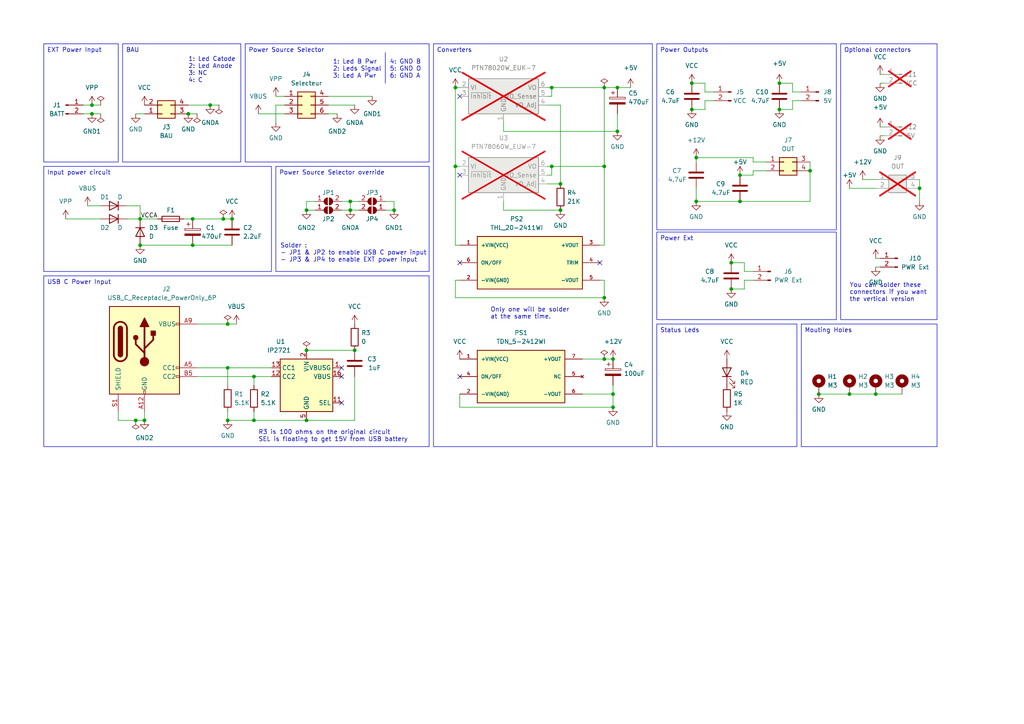
<source format=kicad_sch>
(kicad_sch (version 20230121) (generator eeschema)
  (paper "A4")
  (title_block (title "Mini carte alim") (date "2023-12-16") (rev "V2.1"))
  (lib_symbols
    (symbol "ComponentsEvo:TDN_5-2412WI" (pin_names (offset 1.016))
      (property "Reference" "PS" (at -12.7 8.128 0))
      (property "Value" "TDN_5-2412WI" (at -12.7 -10.16 0))
      (symbol "TDN_5-2412WI_0_0"
        (rectangle (start -12.7 -7.62) (end 12.7 7.62) (stroke (width 0.254)) (fill (type background)))
        (pin input line (at -17.78 5.08 0) (length 5.08) (name "+VIN(VCC)") (number "1"))
        (pin input line (at -17.78 -5.08 0) (length 5.08) (name "-VIN(GND)") (number "2"))
        (pin input line (at -17.78 0 0) (length 5.08) (name "ON/OFF") (number "4"))
        (pin no_connect line (at 17.78 0 180) (length 5.08) (name "NC") (number "5"))
        (pin output line (at 17.78 -5.08 180) (length 5.08) (name "-VOUT") (number "6"))
        (pin output line (at 17.78 5.08 180) (length 5.08) (name "+VOUT") (number "7"))
      )
    )
    (symbol "ComponentsEvo:THL_20-2411WI" (pin_names (offset 1.016))
      (property "Reference" "PS" (at -15.24 8.382 0))
      (property "Value" "THL_20-2411WI" (at -15.24 -10.16 0))
      (symbol "THL_20-2411WI_0_0"
        (rectangle (start -15.24 -7.62) (end 15.24 7.62) (stroke (width 0.254)) (fill (type background)))
        (pin input line (at -20.32 5.08 0) (length 5.08) (name "+VIN(VCC)") (number "1"))
        (pin input line (at -20.32 -5.08 0) (length 5.08) (name "-VIN(GND)") (number "2"))
        (pin output line (at 20.32 5.08 180) (length 5.08) (name "+VOUT") (number "3"))
        (pin passive line (at 20.32 0 180) (length 5.08) (name "TRIM") (number "4"))
        (pin output line (at 20.32 -5.08 180) (length 5.08) (name "-VOUT") (number "5"))
        (pin input line (at -20.32 0 0) (length 5.08) (name "ON/OFF") (number "6"))
      )
    )
    (symbol "Connector:Conn_01x02_Pin" (pin_names (offset 1.016) hide)
      (property "Reference" "J" (at 0 2.54 0))
      (property "Value" "Conn_01x02_Pin" (at 0 -5.08 0))
      (symbol "Conn_01x02_Pin_1_1"
        (polyline (pts (xy 1.27 -2.54) (xy 0.8636 -2.54)) (stroke (width 0.1524)))
        (polyline (pts (xy 1.27 0) (xy 0.8636 0)) (stroke (width 0.1524)))
        (rectangle (start 0.8636 -2.413) (end 0 -2.667) (stroke (width 0.1524)) (fill (type outline)))
        (rectangle (start 0.8636 0.127) (end 0 -0.127) (stroke (width 0.1524)) (fill (type outline)))
        (pin passive line (at 5.08 0 180) (length 3.81) (name "Pin_1") (number "1"))
        (pin passive line (at 5.08 -2.54 180) (length 3.81) (name "Pin_2") (number "2"))
      )
    )
    (symbol "Connector:USB_C_Receptacle_PowerOnly_6P" (pin_names (offset 1.016))
      (property "Reference" "J" (at 0 16.51 0))
      (property "Value" "USB_C_Receptacle_PowerOnly_6P" (at 0 13.97 0))
      (symbol "USB_C_Receptacle_PowerOnly_6P_0_0"
        (rectangle (start -0.254 -12.7) (end 0.254 -11.684))
        (rectangle (start 10.16 -7.366) (end 9.144 -7.874))
        (rectangle (start 10.16 -4.826) (end 9.144 -5.334))
        (rectangle (start 10.16 7.874) (end 9.144 7.366))
      )
      (symbol "USB_C_Receptacle_PowerOnly_6P_0_1"
        (rectangle (start -10.16 12.7) (end 10.16 -12.7) (stroke (width 0.254)) (fill (type background)))
        (arc (start -8.89 -1.27) (mid -6.985 -3.1667) (end -5.08 -1.27) (stroke (width 0.508)))
        (arc (start -7.62 -1.27) (mid -6.985 -1.9023) (end -6.35 -1.27) (stroke (width 0.254)))
        (arc (start -7.62 -1.27) (mid -6.985 -1.9023) (end -6.35 -1.27) (stroke (width 0.254)) (fill (type outline)))
        (rectangle (start -7.62 -1.27) (end -6.35 6.35) (stroke (width 0.254)) (fill (type outline)))
        (arc (start -6.35 6.35) (mid -6.985 6.9823) (end -7.62 6.35) (stroke (width 0.254)))
        (arc (start -6.35 6.35) (mid -6.985 6.9823) (end -7.62 6.35) (stroke (width 0.254)) (fill (type outline)))
        (arc (start -5.08 6.35) (mid -6.985 8.2467) (end -8.89 6.35) (stroke (width 0.508)))
        (circle (center -2.54 3.683) (radius 0.635) (stroke (width 0.254)) (fill (type outline)))
        (circle (center 0 -3.302) (radius 1.27) (fill (type outline)))
        (polyline (pts (xy -8.89 -1.27) (xy -8.89 6.35)) (stroke (width 0.508)))
        (polyline (pts (xy -5.08 6.35) (xy -5.08 -1.27)) (stroke (width 0.508)))
        (polyline (pts (xy 0 -3.302) (xy 0 6.858)) (stroke (width 0.508)))
        (polyline (pts (xy 0 -0.762) (xy -2.54 1.778) (xy -2.54 3.048)) (stroke (width 0.508)))
        (polyline (pts (xy 0 0.508) (xy 2.54 3.048) (xy 2.54 4.318)) (stroke (width 0.508)))
        (polyline (pts (xy -1.27 6.858) (xy 0 9.398) (xy 1.27 6.858) (xy -1.27 6.858)) (stroke (width 0.254)) (fill (type outline)))
        (rectangle (start 1.905 4.318) (end 3.175 5.588) (stroke (width 0.254)) (fill (type outline)))
      )
      (symbol "USB_C_Receptacle_PowerOnly_6P_1_1"
        (pin passive line (at 0 -17.78 90) (length 5.08) (name "GND") (number "A12"))
        (pin bidirectional line (at 15.24 -5.08 180) (length 5.08) (name "CC1") (number "A5"))
        (pin passive line (at 15.24 7.62 180) (length 5.08) (name "VBUS") (number "A9"))
        (pin passive line (at 0 -17.78 90) (length 5.08) hide (name "GND") (number "B12"))
        (pin bidirectional line (at 15.24 -7.62 180) (length 5.08) (name "CC2") (number "B5"))
        (pin passive line (at 15.24 7.62 180) (length 5.08) hide (name "VBUS") (number "B9"))
        (pin passive line (at -7.62 -17.78 90) (length 5.08) (name "SHIELD") (number "S1"))
      )
    )
    (symbol "Connector_Generic:Conn_02x02_Top_Bottom" (pin_names (offset 1.016) hide)
      (property "Reference" "J" (at 1.27 2.54 0))
      (property "Value" "Conn_02x02_Top_Bottom" (at 1.27 -5.08 0))
      (symbol "Conn_02x02_Top_Bottom_1_1"
        (rectangle (start -1.27 -2.413) (end 0 -2.667) (stroke (width 0.1524)))
        (rectangle (start -1.27 0.127) (end 0 -0.127) (stroke (width 0.1524)))
        (rectangle (start -1.27 1.27) (end 3.81 -3.81) (stroke (width 0.254)) (fill (type background)))
        (rectangle (start 3.81 -2.413) (end 2.54 -2.667) (stroke (width 0.1524)))
        (rectangle (start 3.81 0.127) (end 2.54 -0.127) (stroke (width 0.1524)))
        (pin passive line (at -5.08 0 0) (length 3.81) (name "Pin_1") (number "1"))
        (pin passive line (at -5.08 -2.54 0) (length 3.81) (name "Pin_2") (number "2"))
        (pin passive line (at 7.62 0 180) (length 3.81) (name "Pin_3") (number "3"))
        (pin passive line (at 7.62 -2.54 180) (length 3.81) (name "Pin_4") (number "4"))
      )
    )
    (symbol "Connector_Generic:Conn_02x03_Top_Bottom" (pin_names (offset 1.016) hide)
      (property "Reference" "J" (at 1.27 5.08 0))
      (property "Value" "Conn_02x03_Top_Bottom" (at 1.27 -5.08 0))
      (symbol "Conn_02x03_Top_Bottom_1_1"
        (rectangle (start -1.27 -2.413) (end 0 -2.667) (stroke (width 0.1524)))
        (rectangle (start -1.27 0.127) (end 0 -0.127) (stroke (width 0.1524)))
        (rectangle (start -1.27 2.667) (end 0 2.413) (stroke (width 0.1524)))
        (rectangle (start -1.27 3.81) (end 3.81 -3.81) (stroke (width 0.254)) (fill (type background)))
        (rectangle (start 3.81 -2.413) (end 2.54 -2.667) (stroke (width 0.1524)))
        (rectangle (start 3.81 0.127) (end 2.54 -0.127) (stroke (width 0.1524)))
        (rectangle (start 3.81 2.667) (end 2.54 2.413) (stroke (width 0.1524)))
        (pin passive line (at -5.08 2.54 0) (length 3.81) (name "Pin_1") (number "1"))
        (pin passive line (at -5.08 0 0) (length 3.81) (name "Pin_2") (number "2"))
        (pin passive line (at -5.08 -2.54 0) (length 3.81) (name "Pin_3") (number "3"))
        (pin passive line (at 7.62 2.54 180) (length 3.81) (name "Pin_4") (number "4"))
        (pin passive line (at 7.62 0 180) (length 3.81) (name "Pin_5") (number "5"))
        (pin passive line (at 7.62 -2.54 180) (length 3.81) (name "Pin_6") (number "6"))
      )
    )
    (symbol "Converter_DCDC:PTN78020W_EUK-7"
      (property "Reference" "U" (at -6.35 6.35 0))
      (property "Value" "PTN78020W_EUK-7" (at 3.81 6.35 0))
      (symbol "PTN78020W_EUK-7_0_1"
        (rectangle (start -10.16 5.08) (end 10.16 -5.08) (stroke (width 0.254)) (fill (type background)))
      )
      (symbol "PTN78020W_EUK-7_1_1"
        (pin power_in line (at 0 -7.62 90) (length 2.54) (name "GND") (number "1"))
        (pin power_in line (at -12.7 2.54 0) (length 2.54) (name "VI") (number "2"))
        (pin input line (at -12.7 0 0) (length 2.54) (name "~{Inhibit}") (number "3"))
        (pin input line (at 12.7 -2.54 180) (length 2.54) (name "VO_Adj") (number "4"))
        (pin power_out line (at 12.7 0 180) (length 2.54) (name "VO_Sense") (number "5"))
        (pin power_out line (at 12.7 2.54 180) (length 2.54) (name "VO") (number "6"))
        (pin passive line (at 0 -7.62 90) (length 2.54) hide (name "GND") (number "7"))
      )
    )
    (symbol "Converter_DCDC:PTN78060W_EUW-7"
      (property "Reference" "U" (at -6.35 6.35 0))
      (property "Value" "PTN78060W_EUW-7" (at 3.81 6.35 0))
      (symbol "PTN78060W_EUW-7_0_1"
        (rectangle (start -10.16 5.08) (end 10.16 -5.08) (stroke (width 0.254)) (fill (type background)))
      )
      (symbol "PTN78060W_EUW-7_1_1"
        (pin power_in line (at 0 -7.62 90) (length 2.54) (name "GND") (number "1"))
        (pin power_in line (at -12.7 2.54 0) (length 2.54) (name "VI") (number "2"))
        (pin input line (at -12.7 0 0) (length 2.54) (name "~{Inhibit}") (number "3"))
        (pin input line (at 12.7 -2.54 180) (length 2.54) (name "VO_Adj") (number "4"))
        (pin power_out line (at 12.7 0 180) (length 2.54) (name "VO_Sense") (number "5"))
        (pin power_out line (at 12.7 2.54 180) (length 2.54) (name "VO") (number "6"))
        (pin passive line (at 0 -7.62 90) (length 2.54) hide (name "GND") (number "7"))
      )
    )
    (symbol "Device:C" (pin_numbers hide) (pin_names (offset 0.254))
      (property "Reference" "C" (at 0.635 2.54 0))
      (property "Value" "C" (at 0.635 -2.54 0))
      (symbol "C_0_1"
        (polyline (pts (xy -2.032 -0.762) (xy 2.032 -0.762)) (stroke (width 0.508)))
        (polyline (pts (xy -2.032 0.762) (xy 2.032 0.762)) (stroke (width 0.508)))
      )
      (symbol "C_1_1"
        (pin passive line (at 0 3.81 270) (length 2.794) (name "~") (number "1"))
        (pin passive line (at 0 -3.81 90) (length 2.794) (name "~") (number "2"))
      )
    )
    (symbol "Device:C_Polarized" (pin_numbers hide) (pin_names (offset 0.254))
      (property "Reference" "C" (at 0.635 2.54 0))
      (property "Value" "C_Polarized" (at 0.635 -2.54 0))
      (symbol "C_Polarized_0_1"
        (rectangle (start -2.286 0.508) (end 2.286 1.016))
        (polyline (pts (xy -1.778 2.286) (xy -0.762 2.286)))
        (polyline (pts (xy -1.27 2.794) (xy -1.27 1.778)))
        (rectangle (start 2.286 -0.508) (end -2.286 -1.016) (fill (type outline)))
      )
      (symbol "C_Polarized_1_1"
        (pin passive line (at 0 3.81 270) (length 2.794) (name "~") (number "1"))
        (pin passive line (at 0 -3.81 90) (length 2.794) (name "~") (number "2"))
      )
    )
    (symbol "Device:D" (pin_numbers hide) (pin_names (offset 1.016) hide)
      (property "Reference" "D" (at 0 2.54 0))
      (property "Value" "D" (at 0 -2.54 0))
      (symbol "D_0_1"
        (polyline (pts (xy -1.27 1.27) (xy -1.27 -1.27)) (stroke (width 0.254)))
        (polyline (pts (xy 1.27 0) (xy -1.27 0)))
        (polyline (pts (xy 1.27 1.27) (xy 1.27 -1.27) (xy -1.27 0) (xy 1.27 1.27)) (stroke (width 0.254)))
      )
      (symbol "D_1_1"
        (pin passive line (at -3.81 0 0) (length 2.54) (name "K") (number "1"))
        (pin passive line (at 3.81 0 180) (length 2.54) (name "A") (number "2"))
      )
    )
    (symbol "Device:Fuse" (pin_numbers hide) (pin_names (offset 0))
      (property "Reference" "F" (at 2.032 0 90))
      (property "Value" "Fuse" (at -1.905 0 90))
      (symbol "Fuse_0_1"
        (rectangle (start -0.762 -2.54) (end 0.762 2.54) (stroke (width 0.254)))
        (polyline (pts (xy 0 2.54) (xy 0 -2.54)))
      )
      (symbol "Fuse_1_1"
        (pin passive line (at 0 3.81 270) (length 1.27) (name "~") (number "1"))
        (pin passive line (at 0 -3.81 90) (length 1.27) (name "~") (number "2"))
      )
    )
    (symbol "Device:LED" (pin_numbers hide) (pin_names (offset 1.016) hide)
      (property "Reference" "D" (at 0 2.54 0))
      (property "Value" "LED" (at 0 -2.54 0))
      (symbol "LED_0_1"
        (polyline (pts (xy -1.27 -1.27) (xy -1.27 1.27)) (stroke (width 0.254)))
        (polyline (pts (xy -1.27 0) (xy 1.27 0)))
        (polyline (pts (xy 1.27 -1.27) (xy 1.27 1.27) (xy -1.27 0) (xy 1.27 -1.27)) (stroke (width 0.254)))
        (polyline (pts (xy -3.048 -0.762) (xy -4.572 -2.286) (xy -3.81 -2.286) (xy -4.572 -2.286) (xy -4.572 -1.524)))
        (polyline (pts (xy -1.778 -0.762) (xy -3.302 -2.286) (xy -2.54 -2.286) (xy -3.302 -2.286) (xy -3.302 -1.524)))
      )
      (symbol "LED_1_1"
        (pin passive line (at -3.81 0 0) (length 2.54) (name "K") (number "1"))
        (pin passive line (at 3.81 0 180) (length 2.54) (name "A") (number "2"))
      )
    )
    (symbol "Device:R" (pin_numbers hide) (pin_names (offset 0))
      (property "Reference" "R" (at 2.032 0 90))
      (property "Value" "R" (at 0 0 90))
      (symbol "R_0_1"
        (rectangle (start -1.016 -2.54) (end 1.016 2.54) (stroke (width 0.254)))
      )
      (symbol "R_1_1"
        (pin passive line (at 0 3.81 270) (length 1.27) (name "~") (number "1"))
        (pin passive line (at 0 -3.81 90) (length 1.27) (name "~") (number "2"))
      )
    )
    (symbol "Interface_USB:IP2721"
      (property "Reference" "U" (at 5.08 -10.16 0))
      (property "Value" "IP2721" (at 7.62 -12.7 0))
      (symbol "IP2721_0_1"
        (rectangle (start -7.62 7.62) (end 7.62 -7.62) (stroke (width 0.254)) (fill (type background)))
      )
      (symbol "IP2721_1_1"
        (pin output line (at 10.16 5.08 180) (length 2.54) (name "VBUSG") (number "1"))
        (pin no_connect line (at -2.54 -7.62 90) (length 2.54) hide (name "NC") (number "10"))
        (pin input line (at 10.16 -5.08 180) (length 2.54) (name "SEL") (number "11"))
        (pin bidirectional line (at -10.16 2.54 0) (length 2.54) (name "CC2") (number "12"))
        (pin bidirectional line (at -10.16 5.08 0) (length 2.54) (name "CC1") (number "13"))
        (pin no_connect line (at 2.54 -7.62 90) (length 2.54) hide (name "NC") (number "14"))
        (pin no_connect line (at 5.08 -7.62 90) (length 2.54) hide (name "NC") (number "15"))
        (pin input line (at 10.16 2.54 180) (length 2.54) (name "VBUS") (number "16"))
        (pin power_in line (at 0 10.16 270) (length 2.54) (name "VIN") (number "2"))
        (pin no_connect line (at -5.08 7.62 270) (length 2.54) hide (name "NC") (number "3"))
        (pin no_connect line (at -7.62 -2.54 0) (length 2.54) hide (name "NC") (number "4"))
        (pin power_in line (at 0 -10.16 90) (length 2.54) (name "GND") (number "5"))
        (pin no_connect line (at -2.54 7.62 270) (length 2.54) hide (name "NC") (number "6"))
        (pin no_connect line (at 2.54 7.62 90) (length 2.54) hide (name "NC") (number "7"))
        (pin no_connect line (at 5.08 7.62 90) (length 2.54) hide (name "NC") (number "8"))
        (pin no_connect line (at -5.08 -7.62 90) (length 2.54) hide (name "NC") (number "9"))
      )
    )
    (symbol "Jumper:SolderJumper_2_Open" (pin_names (offset 0) hide)
      (property "Reference" "JP" (at 0 2.032 0))
      (property "Value" "SolderJumper_2_Open" (at 0 -2.54 0))
      (symbol "SolderJumper_2_Open_0_1"
        (arc (start -0.254 1.016) (mid -1.2656 0) (end -0.254 -1.016))
        (arc (start -0.254 1.016) (mid -1.2656 0) (end -0.254 -1.016) (fill (type outline)))
        (polyline (pts (xy -0.254 1.016) (xy -0.254 -1.016)))
        (polyline (pts (xy 0.254 1.016) (xy 0.254 -1.016)))
        (arc (start 0.254 -1.016) (mid 1.2656 0) (end 0.254 1.016))
        (arc (start 0.254 -1.016) (mid 1.2656 0) (end 0.254 1.016) (fill (type outline)))
      )
      (symbol "SolderJumper_2_Open_1_1"
        (pin passive line (at -3.81 0 0) (length 2.54) (name "A") (number "1"))
        (pin passive line (at 3.81 0 180) (length 2.54) (name "B") (number "2"))
      )
    )
    (symbol "Mechanical:MountingHole_Pad" (pin_numbers hide) (pin_names (offset 1.016) hide)
      (property "Reference" "H" (at 0 6.35 0))
      (property "Value" "MountingHole_Pad" (at 0 4.445 0))
      (symbol "MountingHole_Pad_0_1"
        (circle (center 0 1.27) (radius 1.27) (stroke (width 1.27)))
      )
      (symbol "MountingHole_Pad_1_1"
        (pin input line (at 0 -2.54 90) (length 2.54) (name "1") (number "1"))
      )
    )
    (symbol "power:+12V" (power) (pin_names (offset 0))
      (property "Value" "+12V" (at 0 3.556 0))
      (symbol "+12V_0_1"
        (polyline (pts (xy -0.762 1.27) (xy 0 2.54)))
        (polyline (pts (xy 0 0) (xy 0 2.54)))
        (polyline (pts (xy 0 2.54) (xy 0.762 1.27)))
      )
      (symbol "+12V_1_1"
        (pin power_in line (at 0 0 90) (length 0) hide (name "+12V") (number "1"))
      )
    )
    (symbol "power:+5V" (power) (pin_names (offset 0))
      (property "Value" "+5V" (at 0 3.556 0))
      (symbol "+5V_0_1"
        (polyline (pts (xy -0.762 1.27) (xy 0 2.54)))
        (polyline (pts (xy 0 0) (xy 0 2.54)))
        (polyline (pts (xy 0 2.54) (xy 0.762 1.27)))
      )
      (symbol "+5V_1_1"
        (pin power_in line (at 0 0 90) (length 0) hide (name "+5V") (number "1"))
      )
    )
    (symbol "power:GND" (power) (pin_names (offset 0))
      (property "Value" "GND" (at 0 -3.81 0))
      (symbol "GND_0_1"
        (polyline (pts (xy 0 0) (xy 0 -1.27) (xy 1.27 -1.27) (xy 0 -2.54) (xy -1.27 -1.27) (xy 0 -1.27)))
      )
      (symbol "GND_1_1"
        (pin power_in line (at 0 0 270) (length 0) hide (name "GND") (number "1"))
      )
    )
    (symbol "power:GND1" (power) (pin_names (offset 0))
      (property "Value" "GND1" (at 0 -3.81 0))
      (symbol "GND1_0_1"
        (polyline (pts (xy 0 0) (xy 0 -1.27) (xy 1.27 -1.27) (xy 0 -2.54) (xy -1.27 -1.27) (xy 0 -1.27)))
      )
      (symbol "GND1_1_1"
        (pin power_in line (at 0 0 270) (length 0) hide (name "GND1") (number "1"))
      )
    )
    (symbol "power:GND2" (power) (pin_names (offset 0))
      (property "Value" "GND2" (at 0 -3.81 0))
      (symbol "GND2_0_1"
        (polyline (pts (xy 0 0) (xy 0 -1.27) (xy 1.27 -1.27) (xy 0 -2.54) (xy -1.27 -1.27) (xy 0 -1.27)))
      )
      (symbol "GND2_1_1"
        (pin power_in line (at 0 0 270) (length 0) hide (name "GND2") (number "1"))
      )
    )
    (symbol "power:GNDA" (power) (pin_names (offset 0))
      (property "Value" "GNDA" (at 0 -3.81 0))
      (symbol "GNDA_0_1"
        (polyline (pts (xy 0 0) (xy 0 -1.27) (xy 1.27 -1.27) (xy 0 -2.54) (xy -1.27 -1.27) (xy 0 -1.27)))
      )
      (symbol "GNDA_1_1"
        (pin power_in line (at 0 0 270) (length 0) hide (name "GNDA") (number "1"))
      )
    )
    (symbol "power:PWR_FLAG" (power) (pin_numbers hide) (pin_names (offset 0) hide)
      (property "Value" "PWR_FLAG" (at 0 3.81 0))
      (symbol "PWR_FLAG_0_0"
        (pin power_out line (at 0 0 90) (length 0) (name "pwr") (number "1"))
      )
      (symbol "PWR_FLAG_0_1"
        (polyline (pts (xy 0 0) (xy 0 1.27) (xy -1.016 1.905) (xy 0 2.54) (xy 1.016 1.905) (xy 0 1.27)))
      )
    )
    (symbol "power:VBUS" (power) (pin_names (offset 0))
      (property "Value" "VBUS" (at 0 3.81 0))
      (symbol "VBUS_0_1"
        (polyline (pts (xy -0.762 1.27) (xy 0 2.54)))
        (polyline (pts (xy 0 0) (xy 0 2.54)))
        (polyline (pts (xy 0 2.54) (xy 0.762 1.27)))
      )
      (symbol "VBUS_1_1"
        (pin power_in line (at 0 0 90) (length 0) hide (name "VBUS") (number "1"))
      )
    )
    (symbol "power:VCC" (power) (pin_names (offset 0))
      (property "Value" "VCC" (at 0 3.81 0))
      (symbol "VCC_0_1"
        (polyline (pts (xy -0.762 1.27) (xy 0 2.54)))
        (polyline (pts (xy 0 0) (xy 0 2.54)))
        (polyline (pts (xy 0 2.54) (xy 0.762 1.27)))
      )
      (symbol "VCC_1_1"
        (pin power_in line (at 0 0 90) (length 0) hide (name "VCC") (number "1"))
      )
    )
    (symbol "power:VPP" (power) (pin_names (offset 0))
      (property "Value" "VPP" (at 0 3.81 0))
      (symbol "VPP_0_1"
        (polyline (pts (xy -0.762 1.27) (xy 0 2.54)))
        (polyline (pts (xy 0 0) (xy 0 2.54)))
        (polyline (pts (xy 0 2.54) (xy 0.762 1.27)))
      )
      (symbol "VPP_1_1"
        (pin power_in line (at 0 0 90) (length 0) hide (name "VPP") (number "1"))
      )
    )
  )
  (junction (at 177.8 118.11))
  (junction (at 160.02 25.4))
  (junction (at 88.9 60.96))
  (junction (at 175.26 104.14))
  (junction (at 66.04 121.92))
  (junction (at 66.04 106.68))
  (junction (at 26.67 30.48))
  (junction (at 64.77 63.5))
  (junction (at 132.08 25.4))
  (junction (at 73.66 109.22))
  (junction (at 55.88 71.12))
  (junction (at 26.67 33.02))
  (junction (at 160.02 48.26))
  (junction (at 41.91 121.92))
  (junction (at 200.66 31.75))
  (junction (at 201.93 45.72))
  (junction (at 102.87 101.6))
  (junction (at 226.06 31.75))
  (junction (at 214.63 50.8))
  (junction (at 54.61 33.02))
  (junction (at 179.07 25.4))
  (junction (at 212.09 76.2))
  (junction (at 55.88 63.5))
  (junction (at 177.8 114.3))
  (junction (at 39.37 121.92))
  (junction (at 73.66 121.92))
  (junction (at 246.38 114.3))
  (junction (at 88.9 121.92))
  (junction (at 101.6 58.42))
  (junction (at 177.8 104.14))
  (junction (at 162.56 60.96))
  (junction (at 212.09 83.82))
  (junction (at 162.56 53.34))
  (junction (at 179.07 38.1))
  (junction (at 175.26 48.26))
  (junction (at 234.95 49.53))
  (junction (at 254 114.3))
  (junction (at 40.64 71.12))
  (junction (at 175.26 86.36))
  (junction (at 132.08 48.26))
  (junction (at 266.7 54.61))
  (junction (at 237.49 114.3))
  (junction (at 101.6 60.96))
  (junction (at 200.66 24.13))
  (junction (at 175.26 25.4))
  (junction (at 40.64 63.5))
  (junction (at 67.31 63.5))
  (junction (at 226.06 24.13))
  (junction (at 214.63 58.42))
  (junction (at 60.96 30.48))
  (junction (at 201.93 58.42))
  (junction (at 66.04 93.98))
  (junction (at 88.9 101.6))
  (junction (at 114.3 60.96))
  (no_connect (at 173.99 76.2))
  (no_connect (at 133.35 27.94))
  (no_connect (at 133.35 76.2))
  (no_connect (at 99.06 106.68))
  (no_connect (at 99.06 109.22))
  (no_connect (at 99.06 116.84))
  (no_connect (at 133.35 109.22))
  (no_connect (at 133.35 50.8))
  (wire (pts (xy 102.87 109.22) (xy 102.87 121.92)))
  (wire (pts (xy 200.66 31.75) (xy 204.47 31.75)))
  (wire (pts (xy 204.47 24.13) (xy 204.47 26.67)))
  (wire (pts (xy 64.77 63.5) (xy 67.31 63.5)))
  (wire (pts (xy 175.26 48.26) (xy 175.26 25.4)))
  (wire (pts (xy 146.05 60.96) (xy 162.56 60.96)))
  (wire (pts (xy 132.08 48.26) (xy 133.35 48.26)))
  (wire (pts (xy 80.01 27.94) (xy 82.55 27.94)))
  (wire (pts (xy 246.38 54.61) (xy 254 54.61)))
  (wire (pts (xy 36.83 59.69) (xy 40.64 59.69)))
  (wire (pts (xy 54.61 33.02) (xy 57.15 33.02)))
  (wire (pts (xy 204.47 29.21) (xy 204.47 31.75)))
  (wire (pts (xy 101.6 58.42) (xy 104.14 58.42)))
  (polyline (pts (xy 191.135 52.07) (xy 191.135 52.07)))
  (wire (pts (xy 246.38 114.3) (xy 254 114.3)))
  (wire (pts (xy 99.06 58.42) (xy 101.6 58.42)))
  (wire (pts (xy 168.91 104.14) (xy 175.26 104.14)))
  (wire (pts (xy 175.26 81.28) (xy 173.99 81.28)))
  (wire (pts (xy 218.44 78.74) (xy 215.9 78.74)))
  (wire (pts (xy 160.02 48.26) (xy 175.26 48.26)))
  (wire (pts (xy 255.27 39.37) (xy 256.54 39.37)))
  (wire (pts (xy 55.88 71.12) (xy 67.31 71.12)))
  (wire (pts (xy 200.66 24.13) (xy 204.47 24.13)))
  (wire (pts (xy 212.09 83.82) (xy 215.9 83.82)))
  (wire (pts (xy 24.13 30.48) (xy 26.67 30.48)))
  (wire (pts (xy 73.66 121.92) (xy 88.9 121.92)))
  (wire (pts (xy 218.44 50.8) (xy 218.44 49.53)))
  (wire (pts (xy 146.05 58.42) (xy 146.05 60.96)))
  (wire (pts (xy 40.64 71.12) (xy 55.88 71.12)))
  (wire (pts (xy 179.07 38.1) (xy 179.07 33.02)))
  (wire (pts (xy 266.7 54.61) (xy 266.7 58.42)))
  (wire (pts (xy 218.44 49.53) (xy 222.25 49.53)))
  (wire (pts (xy 207.01 29.21) (xy 204.47 29.21)))
  (wire (pts (xy 234.95 49.53) (xy 234.95 58.42)))
  (wire (pts (xy 175.26 71.12) (xy 175.26 48.26)))
  (wire (pts (xy 179.07 25.4) (xy 182.88 25.4)))
  (wire (pts (xy 88.9 60.96) (xy 91.44 60.96)))
  (wire (pts (xy 66.04 93.98) (xy 68.58 93.98)))
  (wire (pts (xy 88.9 58.42) (xy 91.44 58.42)))
  (wire (pts (xy 73.66 119.38) (xy 73.66 121.92)))
  (wire (pts (xy 133.35 25.4) (xy 132.08 25.4)))
  (wire (pts (xy 60.96 30.48) (xy 63.5 30.48)))
  (wire (pts (xy 214.63 58.42) (xy 234.95 58.42)))
  (wire (pts (xy 226.06 24.13) (xy 229.87 24.13)))
  (wire (pts (xy 19.05 63.5) (xy 29.21 63.5)))
  (wire (pts (xy 175.26 81.28) (xy 175.26 86.36)))
  (wire (pts (xy 266.7 52.07) (xy 266.7 54.61)))
  (wire (pts (xy 99.06 60.96) (xy 101.6 60.96)))
  (wire (pts (xy 158.75 25.4) (xy 160.02 25.4)))
  (wire (pts (xy 146.05 35.56) (xy 146.05 38.1)))
  (wire (pts (xy 114.3 58.42) (xy 114.3 60.96)))
  (wire (pts (xy 95.25 33.02) (xy 97.79 33.02)))
  (wire (pts (xy 255.27 36.83) (xy 256.54 36.83)))
  (wire (pts (xy 158.75 50.8) (xy 160.02 50.8)))
  (wire (pts (xy 102.87 121.92) (xy 88.9 121.92)))
  (wire (pts (xy 177.8 114.3) (xy 177.8 118.11)))
  (wire (pts (xy 229.87 29.21) (xy 232.41 29.21)))
  (wire (pts (xy 255.27 24.13) (xy 256.54 24.13)))
  (wire (pts (xy 25.4 59.69) (xy 29.21 59.69)))
  (wire (pts (xy 222.25 46.99) (xy 218.44 46.99)))
  (wire (pts (xy 73.66 109.22) (xy 78.74 109.22)))
  (wire (pts (xy 66.04 106.68) (xy 66.04 111.76)))
  (wire (pts (xy 160.02 27.94) (xy 160.02 25.4)))
  (wire (pts (xy 57.15 93.98) (xy 66.04 93.98)))
  (wire (pts (xy 160.02 25.4) (xy 175.26 25.4)))
  (wire (pts (xy 80.01 35.56) (xy 80.01 30.48)))
  (wire (pts (xy 66.04 121.92) (xy 73.66 121.92)))
  (polyline (pts (xy 191.135 108.585) (xy 191.135 108.585)))
  (wire (pts (xy 168.91 114.3) (xy 177.8 114.3)))
  (wire (pts (xy 175.26 104.14) (xy 177.8 104.14)))
  (wire (pts (xy 34.29 121.92) (xy 34.29 119.38)))
  (wire (pts (xy 158.75 48.26) (xy 160.02 48.26)))
  (wire (pts (xy 201.93 58.42) (xy 214.63 58.42)))
  (wire (pts (xy 26.67 30.48) (xy 29.21 30.48)))
  (wire (pts (xy 36.83 63.5) (xy 40.64 63.5)))
  (wire (pts (xy 158.75 53.34) (xy 162.56 53.34)))
  (wire (pts (xy 24.13 33.02) (xy 26.67 33.02)))
  (wire (pts (xy 132.08 86.36) (xy 132.08 81.28)))
  (wire (pts (xy 254 77.47) (xy 255.27 77.47)))
  (wire (pts (xy 54.61 30.48) (xy 60.96 30.48)))
  (wire (pts (xy 41.91 121.92) (xy 39.37 121.92)))
  (wire (pts (xy 66.04 106.68) (xy 78.74 106.68)))
  (wire (pts (xy 237.49 114.3) (xy 246.38 114.3)))
  (wire (pts (xy 254 74.93) (xy 255.27 74.93)))
  (wire (pts (xy 26.67 33.02) (xy 29.21 33.02)))
  (wire (pts (xy 80.01 30.48) (xy 82.55 30.48)))
  (wire (pts (xy 74.93 33.02) (xy 82.55 33.02)))
  (wire (pts (xy 177.8 111.76) (xy 177.8 114.3)))
  (wire (pts (xy 40.64 63.5) (xy 45.72 63.5)))
  (wire (pts (xy 204.47 26.67) (xy 207.01 26.67)))
  (wire (pts (xy 175.26 86.36) (xy 132.08 86.36)))
  (wire (pts (xy 55.88 63.5) (xy 64.77 63.5)))
  (wire (pts (xy 132.08 25.4) (xy 132.08 48.26)))
  (wire (pts (xy 215.9 83.82) (xy 215.9 81.28)))
  (wire (pts (xy 40.64 59.69) (xy 40.64 63.5)))
  (wire (pts (xy 215.9 81.28) (xy 218.44 81.28)))
  (wire (pts (xy 101.6 60.96) (xy 104.14 60.96)))
  (wire (pts (xy 214.63 50.8) (xy 218.44 50.8)))
  (wire (pts (xy 175.26 71.12) (xy 173.99 71.12)))
  (wire (pts (xy 232.41 26.67) (xy 229.87 26.67)))
  (wire (pts (xy 146.05 38.1) (xy 179.07 38.1)))
  (wire (pts (xy 133.35 114.3) (xy 133.35 118.11)))
  (wire (pts (xy 226.06 31.75) (xy 229.87 31.75)))
  (wire (pts (xy 201.93 46.99) (xy 201.93 45.72)))
  (wire (pts (xy 254 114.3) (xy 261.62 114.3)))
  (wire (pts (xy 39.37 121.92) (xy 34.29 121.92)))
  (wire (pts (xy 201.93 54.61) (xy 201.93 58.42)))
  (wire (pts (xy 88.9 101.6) (xy 102.87 101.6)))
  (wire (pts (xy 39.37 33.02) (xy 41.91 33.02)))
  (wire (pts (xy 229.87 26.67) (xy 229.87 24.13)))
  (wire (pts (xy 212.09 76.2) (xy 215.9 76.2)))
  (wire (pts (xy 158.75 30.48) (xy 162.56 30.48)))
  (wire (pts (xy 215.9 78.74) (xy 215.9 76.2)))
  (wire (pts (xy 132.08 71.12) (xy 133.35 71.12)))
  (wire (pts (xy 254 52.07) (xy 250.19 52.07)))
  (wire (pts (xy 95.25 27.94) (xy 107.95 27.94)))
  (wire (pts (xy 162.56 53.34) (xy 162.56 30.48)))
  (wire (pts (xy 132.08 48.26) (xy 132.08 71.12)))
  (wire (pts (xy 201.93 45.72) (xy 218.44 45.72)))
  (wire (pts (xy 111.76 60.96) (xy 114.3 60.96)))
  (wire (pts (xy 234.95 46.99) (xy 234.95 49.53)))
  (wire (pts (xy 57.15 109.22) (xy 73.66 109.22)))
  (wire (pts (xy 53.34 63.5) (xy 55.88 63.5)))
  (wire (pts (xy 95.25 30.48) (xy 102.87 30.48)))
  (wire (pts (xy 57.15 106.68) (xy 66.04 106.68)))
  (wire (pts (xy 160.02 50.8) (xy 160.02 48.26)))
  (wire (pts (xy 175.26 25.4) (xy 179.07 25.4)))
  (wire (pts (xy 101.6 58.42) (xy 101.6 60.96)))
  (wire (pts (xy 73.66 109.22) (xy 73.66 111.76)))
  (wire (pts (xy 111.76 58.42) (xy 114.3 58.42)))
  (wire (pts (xy 218.44 46.99) (xy 218.44 45.72)))
  (wire (pts (xy 133.35 118.11) (xy 177.8 118.11)))
  (wire (pts (xy 41.91 119.38) (xy 41.91 121.92)))
  (wire (pts (xy 255.27 21.59) (xy 256.54 21.59)))
  (wire (pts (xy 132.08 81.28) (xy 133.35 81.28)))
  (wire (pts (xy 66.04 119.38) (xy 66.04 121.92)))
  (wire (pts (xy 158.75 27.94) (xy 160.02 27.94)))
  (wire (pts (xy 88.9 60.96) (xy 88.9 58.42)))
  (wire (pts (xy 229.87 31.75) (xy 229.87 29.21)))
  (rectangle (start 111.76 15.24) (end 111.76 24.13))
  (text_box "Optional connectors" (at 243.84 12.7 0) (size 27.94 80.01) (effects (font (size 1.27 1.27)) (justify left top)))
  (text_box "BAU" (at 35.56 12.7 0) (size 34.29 34.29) (effects (font (size 1.27 1.27)) (justify left top)))
  (text_box "EXT Power Input" (at 12.7 12.7 0) (size 21.59 34.29) (effects (font (size 1.27 1.27)) (justify left top)))
  (text_box "Status Leds" (at 190.5 93.98 0) (size 40.64 35.56) (effects (font (size 1.27 1.27)) (justify left top)))
  (text_box "Power Source Selector override" (at 80.01 48.26 0) (size 44.45 30.48) (effects (font (size 1.27 1.27)) (justify left top)))
  (text_box "Power Source Selector" (at 71.12 12.7 0) (size 53.34 34.29) (effects (font (size 1.27 1.27)) (justify left top)))
  (text_box "Input power circuit" (at 12.7 48.26 0) (size 66.04 30.48) (effects (font (size 1.27 1.27)) (justify left top)))
  (text_box "Mouting Holes" (at 232.41 93.98 0) (size 39.37 35.56) (effects (font (size 1.27 1.27)) (justify left top)))
  (text_box "USB C Power Input" (at 12.7 80.01 0) (size 111.76 49.53) (effects (font (size 1.27 1.27)) (justify left top)))
  (text_box "Power Outputs" (at 190.5 12.7 0) (size 52.07 53.975) (effects (font (size 1.27 1.27)) (justify left top)))
  (text_box "Converters" (at 125.73 12.7 0) (size 63.5 116.84) (effects (font (size 1.27 1.27)) (justify left top)))
  (text_box "Power Ext" (at 190.5 67.31 0) (size 52.07 25.4) (effects (font (size 1.27 1.27)) (justify left top)))
  (text "4: GND B\n5: GND O\n6: GND A" (at 113.03 22.86 0) (effects (font (size 1.27 1.27)) (justify left bottom)))
  (text "You can solder these\nconnectors if you want\nthe vertical version" (at 246.38 87.63 0) (effects (font (size 1.27 1.27)) (justify left bottom)))
  (text "R3 is 100 ohms on the original circuit\nSEL is floating to get 15V from USB battery" (at 74.93 128.27 0) (effects (font (size 1.27 1.27)) (justify left bottom)))
  (text "1: Led Catode\n2: Led Anode\n3: NC\n4: C\n" (at 54.61 24.13 0) (effects (font (size 1.27 1.27)) (justify left bottom)))
  (text "Only one will be solder\nat the same time." (at 142.24 92.71 0) (effects (font (size 1.27 1.27)) (justify left bottom)))
  (text "1: Led B Pwr\n2: Leds Signal\n3: Led A Pwr" (at 96.52 22.86 0) (effects (font (size 1.27 1.27)) (justify left bottom)))
  (text "Solder :\n- JP1 & JP2 to enable USB C power input\n- JP3 & JP4 to enable EXT power input" (at 81.28 76.2 0) (effects (font (size 1.27 1.27)) (justify left bottom)))
  (label "VCCA" (at 45.72 63.5 180))
  (symbol (lib_id "Device:R") (at 66.04 115.57 0) (unit 1)
    (property "Reference" "R1" (at 67.945 114.2999 0) (effects (justify left)))
    (property "Value" "5.1K" (at 67.945 116.8399 0) (effects (justify left)))
    (property "Footprint" "Resistor_SMD:R_0603_1608Metric" (effects hide))
  )
  (symbol (lib_id "Connector_Generic:Conn_02x02_Top_Bottom") (at 227.33 46.99 0) (unit 1)
    (property "Reference" "J7" (at 228.6 40.64 0))
    (property "Value" "OUT" (at 228.6 43.18 0))
    (property "Footprint" "ConnectorsEvo:66200421022" (effects hide))
  )
  (symbol (lib_id "power:GND") (at 255.27 24.13 0) (unit 1)
    (property "Reference" "#PWR049" (effects hide))
    (property "Value" "GND" (at 255.27 28.575 0))
  )
  (symbol (lib_id "power:PWR_FLAG") (at 29.21 30.48 0) (unit 1)
    (property "Reference" "#FLG01" (effects hide))
    (property "Value" "PWR_FLAG" (effects hide))
  )
  (symbol (lib_id "Connector_Generic:Conn_02x02_Top_Bottom") (at 259.08 52.07 0) (unit 1) (in_bom no) (dnp yes)
    (property "Reference" "J9" (at 260.35 45.72 0))
    (property "Value" "OUT" (at 260.35 48.26 0))
    (property "Footprint" "ConnectorsEvo:66200421122" (effects hide))
  )
  (symbol (lib_id "Converter_DCDC:PTN78020W_EUK-7") (at 146.05 27.94 0) (unit 1) (in_bom no) (dnp yes)
    (property "Reference" "U2" (at 146.05 17.145 0))
    (property "Value" "PTN78020W_EUK-7" (at 146.05 19.685 0))
    (property "Footprint" "Module:Texas_EUK_R-PDSS-T7_THT" (effects hide))
    (property "Datasheet" "https://www.ti.com/lit/ds/symlink/ptn78020w.pdf" (effects hide))
  )
  (symbol (lib_id "Mechanical:MountingHole_Pad") (at 261.62 111.76 0) (unit 1) (in_bom no)
    (property "Reference" "H4" (at 264.16 109.2199 0) (effects (justify left)))
    (property "Value" "M3" (at 264.16 111.7599 0) (effects (justify left)))
    (property "Footprint" "MountingHole:MountingHole_3.2mm_M3_Pad_Via" (effects hide))
  )
  (symbol (lib_id "Mechanical:MountingHole_Pad") (at 237.49 111.76 0) (unit 1) (in_bom no)
    (property "Reference" "H1" (at 240.03 109.2199 0) (effects (justify left)))
    (property "Value" "M3" (at 240.03 111.7599 0) (effects (justify left)))
    (property "Footprint" "MountingHole:MountingHole_3.2mm_M3_Pad_Via" (effects hide))
  )
  (symbol (lib_id "power:GND") (at 266.7 58.42 0) (unit 1)
    (property "Reference" "#PWR052" (effects hide))
    (property "Value" "GND" (at 266.7 62.865 0))
  )
  (symbol (lib_id "power:GND") (at 210.82 119.38 0) (unit 1)
    (property "Reference" "#PWR037" (effects hide))
    (property "Value" "GND" (at 210.82 123.825 0))
  )
  (symbol (lib_id "power:+5V") (at 182.88 25.4 0) (unit 1)
    (property "Reference" "#PWR031" (effects hide))
    (property "Value" "+5V" (at 182.88 19.685 0))
  )
  (symbol (lib_id "Device:R") (at 210.82 115.57 0) (unit 1)
    (property "Reference" "R5" (at 212.725 114.2999 0) (effects (justify left)))
    (property "Value" "1K" (at 212.725 116.8399 0) (effects (justify left)))
    (property "Footprint" "Resistor_SMD:R_0603_1608Metric" (effects hide))
  )
  (symbol (lib_id "power:PWR_FLAG") (at 88.9 101.6 0) (unit 1)
    (property "Reference" "#FLG08" (effects hide))
    (property "Value" "PWR_FLAG" (effects hide))
  )
  (symbol (lib_id "power:GND") (at 80.01 35.56 0) (unit 1)
    (property "Reference" "#PWR016" (effects hide))
    (property "Value" "GND" (at 80.01 40.005 0))
  )
  (symbol (lib_id "power:+12V") (at 250.19 52.07 0) (unit 1)
    (property "Reference" "#PWR045" (effects hide))
    (property "Value" "+12V" (at 250.19 46.99 0))
  )
  (symbol (lib_id "power:VBUS") (at 74.93 33.02 0) (unit 1)
    (property "Reference" "#PWR014" (effects hide))
    (property "Value" "VBUS" (at 74.93 27.94 0))
  )
  (symbol (lib_id "power:GND2") (at 97.79 33.02 0) (unit 1)
    (property "Reference" "#PWR018" (effects hide))
    (property "Value" "GND2" (at 97.79 38.1 0))
  )
  (symbol (lib_id "power:VCC") (at 67.31 63.5 0) (unit 1)
    (property "Reference" "#PWR012" (effects hide))
    (property "Value" "VCC" (at 67.31 58.42 0))
  )
  (symbol (lib_id "Device:R") (at 73.66 115.57 0) (unit 1)
    (property "Reference" "R2" (at 75.565 114.2999 0) (effects (justify left)))
    (property "Value" "5.1K" (at 75.565 116.8399 0) (effects (justify left)))
    (property "Footprint" "Resistor_SMD:R_0603_1608Metric" (effects hide))
  )
  (symbol (lib_id "Connector:Conn_01x02_Pin") (at 212.09 26.67 0) (mirror y) (unit 1)
    (property "Reference" "J5" (at 214.63 26.67 0))
    (property "Value" "VCC" (at 214.63 29.21 0))
    (property "Footprint" "ConnectorsEvo:66200221022" (effects hide))
  )
  (symbol (lib_id "power:VCC") (at 212.09 76.2 0) (unit 1)
    (property "Reference" "#PWR038" (effects hide))
    (property "Value" "VCC" (at 212.09 71.12 0))
  )
  (symbol (lib_id "power:PWR_FLAG") (at 29.21 33.02 180) (unit 1)
    (property "Reference" "#FLG02" (effects hide))
    (property "Value" "PWR_FLAG" (effects hide))
  )
  (symbol (lib_id "power:GND") (at 54.61 33.02 0) (unit 1)
    (property "Reference" "#PWR09" (effects hide))
    (property "Value" "GND" (at 54.61 37.465 0))
  )
  (symbol (lib_id "power:PWR_FLAG") (at 175.26 104.14 0) (unit 1)
    (property "Reference" "#FLG010" (effects hide))
    (property "Value" "PWR_FLAG" (effects hide))
  )
  (symbol (lib_id "Mechanical:MountingHole_Pad") (at 246.38 111.76 0) (unit 1) (in_bom no)
    (property "Reference" "H2" (at 248.92 109.2199 0) (effects (justify left)))
    (property "Value" "M3" (at 248.92 111.7599 0) (effects (justify left)))
    (property "Footprint" "MountingHole:MountingHole_3.2mm_M3_Pad_Via" (effects hide))
  )
  (symbol (lib_id "power:GND2") (at 88.9 60.96 0) (unit 1)
    (property "Reference" "#PWR017" (effects hide))
    (property "Value" "GND2" (at 88.9 66.04 0))
  )
  (symbol (lib_id "power:GND") (at 226.06 31.75 0) (unit 1)
    (property "Reference" "#PWR042" (effects hide))
    (property "Value" "GND" (at 226.06 36.195 0))
  )
  (symbol (lib_id "Device:C_Polarized") (at 177.8 107.95 0) (unit 1)
    (property "Reference" "C4" (at 180.975 105.7909 0) (effects (justify left)))
    (property "Value" "100uF" (at 180.975 108.3309 0) (effects (justify left)))
    (property "Footprint" "Capacitor_SMD:C_Elec_6.3x7.7" (effects hide))
  )
  (symbol (lib_id "power:GND") (at 177.8 118.11 0) (unit 1)
    (property "Reference" "#PWR029" (effects hide))
    (property "Value" "GND" (at 177.8 122.555 0))
  )
  (symbol (lib_id "power:VCC") (at 132.08 25.4 0) (unit 1)
    (property "Reference" "#PWR024" (effects hide))
    (property "Value" "VCC" (at 132.08 20.32 0))
  )
  (symbol (lib_id "power:VPP") (at 26.67 30.48 0) (unit 1)
    (property "Reference" "#PWR03" (effects hide))
    (property "Value" "VPP" (at 26.67 25.4 0))
  )
  (symbol (lib_id "power:GND") (at 200.66 31.75 0) (unit 1)
    (property "Reference" "#PWR033" (effects hide))
    (property "Value" "GND" (at 200.66 36.195 0))
  )
  (symbol (lib_id "power:GND") (at 39.37 33.02 0) (unit 1)
    (property "Reference" "#PWR05" (effects hide))
    (property "Value" "GND" (at 39.37 37.465 0))
  )
  (symbol (lib_id "power:VBUS") (at 68.58 93.98 0) (unit 1)
    (property "Reference" "#PWR013" (effects hide))
    (property "Value" "VBUS" (at 68.58 88.9 0))
  )
  (symbol (lib_id "power:PWR_FLAG") (at 64.77 63.5 0) (unit 1)
    (property "Reference" "#FLG06" (effects hide))
    (property "Value" "PWR_FLAG" (effects hide))
  )
  (symbol (lib_id "power:VCC") (at 200.66 24.13 0) (unit 1)
    (property "Reference" "#PWR032" (effects hide))
    (property "Value" "VCC" (at 200.66 19.05 0))
  )
  (symbol (lib_id "power:VCC") (at 102.87 93.98 0) (unit 1)
    (property "Reference" "#PWR021" (effects hide))
    (property "Value" "VCC" (at 102.87 88.9 0))
  )
  (symbol (lib_id "Mechanical:MountingHole_Pad") (at 254 111.76 0) (unit 1) (in_bom no)
    (property "Reference" "H3" (at 256.54 109.2199 0) (effects (justify left)))
    (property "Value" "M3" (at 256.54 111.7599 0) (effects (justify left)))
    (property "Footprint" "MountingHole:MountingHole_3.2mm_M3_Pad_Via" (effects hide))
  )
  (symbol (lib_id "power:GND") (at 201.93 58.42 0) (unit 1)
    (property "Reference" "#PWR035" (effects hide))
    (property "Value" "GND" (at 201.93 62.865 0))
  )
  (symbol (lib_id "power:+5V") (at 214.63 50.8 0) (unit 1)
    (property "Reference" "#PWR040" (effects hide))
    (property "Value" "+5V" (at 214.63 46.99 0))
  )
  (symbol (lib_id "power:VPP") (at 19.05 63.5 0) (unit 1)
    (property "Reference" "#PWR01" (effects hide))
    (property "Value" "VPP" (at 19.05 58.42 0))
  )
  (symbol (lib_id "ComponentsEvo:THL_20-2411WI") (at 153.67 76.2 0) (unit 1)
    (property "Reference" "PS2" (at 149.86 63.5 0))
    (property "Value" "THL_20-2411WI" (at 149.86 66.04 0))
    (property "Footprint" "ComponentsEvo:TRACO_CONV_THL" (effects hide))
    (property "STANDARD" "Manufacturer Recommendations" (effects hide))
    (property "MANUFACTURER" "Traco Power" (effects hide))
    (property "PARTREV" "Jan 18, 2021" (effects hide))
    (property "MAXIMUM_PACKAGE_HEIGHT" "10.16 mm" (effects hide))
  )
  (symbol (lib_id "Device:C") (at 102.87 105.41 0) (unit 1)
    (property "Reference" "C3" (at 109.22 104.14 0) (effects (justify right)))
    (property "Value" "1uF" (at 110.49 106.68 0) (effects (justify right)))
    (property "Footprint" "Capacitor_SMD:C_0603_1608Metric" (effects hide))
  )
  (symbol (lib_id "Device:D") (at 33.02 63.5 180) (unit 1)
    (property "Reference" "D2" (at 31.75 66.04 0) (effects (justify left)))
    (property "Value" "D" (at 35.56 66.04 0) (effects (justify left)))
    (property "Footprint" "ComponentsEvo:DO-214AB" (effects hide))
    (property "Sim.Device" "D" (effects hide))
    (property "Sim.Pins" "1=K 2=A" (effects hide))
  )
  (symbol (lib_id "Connector:Conn_01x02_Pin") (at 260.35 74.93 0) (mirror y) (unit 1)
    (property "Reference" "J10" (at 265.43 74.93 0))
    (property "Value" "PWR Ext" (at 265.43 77.47 0))
    (property "Footprint" "ConnectorsEvo:66200221022" (effects hide))
  )
  (symbol (lib_id "Converter_DCDC:PTN78060W_EUW-7") (at 146.05 50.8 0) (unit 1) (in_bom no) (dnp yes)
    (property "Reference" "U3" (at 146.05 40.005 0))
    (property "Value" "PTN78060W_EUW-7" (at 146.05 42.545 0))
    (property "Footprint" "Module:Texas_EUW_R-PDSS-T7_THT" (effects hide))
    (property "Datasheet" "https://www.ti.com/lit/ds/symlink/ptn78060w.pdf" (effects hide))
  )
  (symbol (lib_id "power:+5V") (at 226.06 24.13 0) (unit 1)
    (property "Reference" "#PWR041" (effects hide))
    (property "Value" "+5V" (at 226.06 18.415 0))
  )
  (symbol (lib_id "Device:C") (at 226.06 27.94 0) (mirror y) (unit 1)
    (property "Reference" "C10" (at 219.075 26.67 0) (effects (justify right)))
    (property "Value" "4.7uF" (at 217.805 29.21 0) (effects (justify right)))
    (property "Footprint" "Capacitor_SMD:C_0603_1608Metric" (effects hide))
  )
  (symbol (lib_id "Connector:Conn_01x02_Pin") (at 223.52 78.74 0) (mirror y) (unit 1)
    (property "Reference" "J6" (at 228.6 78.74 0))
    (property "Value" "PWR Ext" (at 228.6 81.28 0))
    (property "Footprint" "ConnectorsEvo:66200221022" (effects hide))
  )
  (symbol (lib_id "power:GND") (at 212.09 83.82 0) (unit 1)
    (property "Reference" "#PWR039" (effects hide))
    (property "Value" "GND" (at 212.09 88.265 0))
  )
  (symbol (lib_id "power:GND1") (at 107.95 27.94 0) (unit 1)
    (property "Reference" "#PWR022" (effects hide))
    (property "Value" "GND1" (at 107.95 33.02 0))
  )
  (symbol (lib_id "Jumper:SolderJumper_2_Open") (at 95.25 58.42 0) (unit 1) (in_bom no)
    (property "Reference" "JP1" (at 95.25 55.88 0))
    (property "Value" "SolderJumper_2_Open" (effects hide))
    (property "Footprint" "Jumper:SolderJumper-2_P1.3mm_Open_Pad1.0x1.5mm" (effects hide))
  )
  (symbol (lib_id "Device:C") (at 201.93 50.8 0) (mirror y) (unit 1)
    (property "Reference" "C7" (at 194.945 49.53 0) (effects (justify right)))
    (property "Value" "4.7uF" (at 193.675 52.07 0) (effects (justify right)))
    (property "Footprint" "Capacitor_SMD:C_0603_1608Metric" (effects hide))
  )
  (symbol (lib_id "power:GNDA") (at 101.6 60.96 0) (unit 1)
    (property "Reference" "#PWR019" (effects hide))
    (property "Value" "GNDA" (at 101.6 66.04 0))
  )
  (symbol (lib_id "Device:LED") (at 210.82 107.95 90) (unit 1)
    (property "Reference" "D4" (at 214.63 108.2674 90) (effects (justify right)))
    (property "Value" "RED" (at 214.63 110.8074 90) (effects (justify right)))
    (property "Footprint" "LED_SMD:LED_0805_2012Metric" (effects hide))
  )
  (symbol (lib_id "power:VCC") (at 210.82 104.14 0) (unit 1)
    (property "Reference" "#PWR036" (effects hide))
    (property "Value" "VCC" (at 210.82 99.06 0))
  )
  (symbol (lib_id "power:VBUS") (at 25.4 59.69 0) (unit 1)
    (property "Reference" "#PWR02" (effects hide))
    (property "Value" "VBUS" (at 25.4 54.61 0))
  )
  (symbol (lib_id "power:GND2") (at 41.91 121.92 0) (unit 1)
    (property "Reference" "#PWR08" (effects hide))
    (property "Value" "GND2" (at 41.91 127 0))
  )
  (symbol (lib_id "power:+12V") (at 201.93 45.72 0) (unit 1)
    (property "Reference" "#PWR034" (effects hide))
    (property "Value" "+12V" (at 201.93 40.64 0))
  )
  (symbol (lib_id "Connector:Conn_01x02_Pin") (at 261.62 36.83 0) (mirror y) (unit 1) (in_bom no) (dnp yes)
    (property "Reference" "J12" (at 264.16 36.83 0))
    (property "Value" "5V" (at 264.16 39.37 0))
    (property "Footprint" "ConnectorsEvo:66200221122" (effects hide))
  )
  (symbol (lib_id "power:GND") (at 254 77.47 0) (unit 1)
    (property "Reference" "#PWR047" (effects hide))
    (property "Value" "GND" (at 254 81.915 0))
  )
  (symbol (lib_id "Device:C_Polarized") (at 55.88 67.31 0) (unit 1)
    (property "Reference" "C1" (at 59.69 66.04 0) (effects (justify left)))
    (property "Value" "470uF" (at 58.42 68.58 0) (effects (justify left)))
    (property "Footprint" "Capacitor_THT:CP_Radial_D10.0mm_P5.00mm" (effects hide))
  )
  (symbol (lib_id "power:VCC") (at 254 74.93 0) (unit 1)
    (property "Reference" "#PWR046" (effects hide))
    (property "Value" "VCC" (at 254 69.85 0))
  )
  (symbol (lib_id "Device:C_Polarized") (at 179.07 29.21 0) (unit 1)
    (property "Reference" "C5" (at 182.245 27.0509 0) (effects (justify left)))
    (property "Value" "470uF" (at 182.245 29.5909 0) (effects (justify left)))
    (property "Footprint" "Capacitor_THT:CP_Radial_D10.0mm_P5.00mm" (effects hide))
  )
  (symbol (lib_id "power:+5V") (at 246.38 54.61 0) (unit 1)
    (property "Reference" "#PWR044" (effects hide))
    (property "Value" "+5V" (at 246.38 50.8 0))
  )
  (symbol (lib_id "power:+5V") (at 255.27 36.83 0) (unit 1)
    (property "Reference" "#PWR050" (effects hide))
    (property "Value" "+5V" (at 255.27 31.115 0))
  )
  (symbol (lib_id "Device:C") (at 212.09 80.01 0) (mirror y) (unit 1)
    (property "Reference" "C8" (at 204.47 78.74 0) (effects (justify right)))
    (property "Value" "4.7uF" (at 203.2 81.28 0) (effects (justify right)))
    (property "Footprint" "Capacitor_SMD:C_0603_1608Metric" (effects hide))
  )
  (symbol (lib_id "Jumper:SolderJumper_2_Open") (at 107.95 60.96 180) (unit 1) (in_bom no)
    (property "Reference" "JP4" (at 107.95 63.5 0))
    (property "Value" "SolderJumper_2_Open" (effects hide))
    (property "Footprint" "Jumper:SolderJumper-2_P1.3mm_Open_Pad1.0x1.5mm" (effects hide))
  )
  (symbol (lib_id "Device:R") (at 162.56 57.15 0) (unit 1)
    (property "Reference" "R4" (at 164.465 55.8799 0) (effects (justify left)))
    (property "Value" "21K" (at 164.465 58.4199 0) (effects (justify left)))
    (property "Footprint" "Resistor_SMD:R_0603_1608Metric" (effects hide))
  )
  (symbol (lib_id "power:GND") (at 66.04 121.92 0) (unit 1)
    (property "Reference" "#PWR011" (effects hide))
    (property "Value" "GND" (at 66.04 126.365 0))
  )
  (symbol (lib_id "power:VCC") (at 255.27 21.59 0) (unit 1)
    (property "Reference" "#PWR048" (effects hide))
    (property "Value" "VCC" (at 255.27 16.51 0))
  )
  (symbol (lib_id "Connector:USB_C_Receptacle_PowerOnly_6P") (at 41.91 101.6 0) (unit 1)
    (property "Reference" "J2" (at 48.26 83.82 0))
    (property "Value" "USB_C_Receptacle_PowerOnly_6P" (at 46.99 86.36 0))
    (property "Footprint" "ConnectorsEvo:GCT_USB4125-GF-A_REVA2" (effects hide))
    (property "Datasheet" "https://www.usb.org/sites/default/files/documents/usb_type-c.zip" (effects hide))
  )
  (symbol (lib_id "power:GND") (at 175.26 86.36 0) (unit 1)
    (property "Reference" "#PWR027" (effects hide))
    (property "Value" "GND" (at 175.26 90.805 0))
  )
  (symbol (lib_id "power:GND") (at 237.49 114.3 0) (unit 1)
    (property "Reference" "#PWR043" (effects hide))
    (property "Value" "GND" (at 237.49 118.745 0))
  )
  (symbol (lib_id "power:PWR_FLAG") (at 66.04 93.98 0) (unit 1)
    (property "Reference" "#FLG07" (effects hide))
    (property "Value" "PWR_FLAG" (effects hide))
  )
  (symbol (lib_id "Jumper:SolderJumper_2_Open") (at 95.25 60.96 0) (mirror x) (unit 1) (in_bom no)
    (property "Reference" "JP2" (at 95.25 63.5 0))
    (property "Value" "SolderJumper_2_Open" (effects hide))
    (property "Footprint" "Jumper:SolderJumper-2_P1.3mm_Open_Pad1.0x1.5mm" (effects hide))
  )
  (symbol (lib_id "Interface_USB:IP2721") (at 88.9 111.76 0) (unit 1)
    (property "Reference" "U1" (at 80.01 99.06 0) (effects (justify left)))
    (property "Value" "IP2721" (at 77.47 101.6 0) (effects (justify left)))
    (property "Footprint" "Package_SO:TSSOP-16_4.4x5mm_P0.65mm" (effects hide))
    (property "Datasheet" "https://datasheet.lcsc.com/lcsc/2006111335_INJOINIC-IP2721_C603176.pdf" (effects hide))
  )
  (symbol (lib_id "Connector:Conn_01x02_Pin") (at 261.62 21.59 0) (mirror y) (unit 1) (in_bom no) (dnp yes)
    (property "Reference" "J11" (at 264.16 21.59 0))
    (property "Value" "VCC" (at 264.16 24.13 0))
    (property "Footprint" "ConnectorsEvo:66200221122" (effects hide))
  )
  (symbol (lib_id "Device:Fuse") (at 49.53 63.5 270) (unit 1)
    (property "Reference" "F1" (at 49.53 60.96 90))
    (property "Value" "Fuse" (at 49.53 66.04 90))
    (property "Footprint" "ComponentsEvo:0031.7701.11" (effects hide))
  )
  (symbol (lib_id "power:+12V") (at 177.8 104.14 0) (unit 1)
    (property "Reference" "#PWR028" (effects hide))
    (property "Value" "+12V" (at 177.8 99.06 0))
  )
  (symbol (lib_id "power:PWR_FLAG") (at 57.15 33.02 180) (unit 1)
    (property "Reference" "#FLG04" (effects hide))
    (property "Value" "PWR_FLAG" (effects hide))
  )
  (symbol (lib_id "Device:D") (at 33.02 59.69 0) (mirror y) (unit 1)
    (property "Reference" "D1" (at 31.75 57.15 0) (effects (justify left)))
    (property "Value" "D" (at 35.56 57.15 0) (effects (justify left)))
    (property "Footprint" "ComponentsEvo:DO-214AB" (effects hide))
    (property "Sim.Device" "D" (effects hide))
    (property "Sim.Pins" "1=K 2=A" (effects hide))
  )
  (symbol (lib_id "power:GND") (at 255.27 39.37 0) (unit 1)
    (property "Reference" "#PWR051" (effects hide))
    (property "Value" "GND" (at 255.27 43.815 0))
  )
  (symbol (lib_id "Jumper:SolderJumper_2_Open") (at 107.95 58.42 0) (mirror y) (unit 1) (in_bom no)
    (property "Reference" "JP3" (at 107.95 55.88 0))
    (property "Value" "SolderJumper_2_Open" (effects hide))
    (property "Footprint" "Jumper:SolderJumper-2_P1.3mm_Open_Pad1.0x1.5mm" (effects hide))
  )
  (symbol (lib_id "Device:D") (at 40.64 67.31 270) (unit 1)
    (property "Reference" "D3" (at 43.18 66.04 90) (effects (justify left)))
    (property "Value" "D" (at 43.18 68.58 90) (effects (justify left)))
    (property "Footprint" "ComponentsEvo:DO-214AB" (effects hide))
    (property "Sim.Device" "D" (effects hide))
    (property "Sim.Pins" "1=K 2=A" (effects hide))
  )
  (symbol (lib_id "ComponentsEvo:TDN_5-2412WI") (at 151.13 109.22 0) (unit 1)
    (property "Reference" "PS1" (at 151.13 96.52 0))
    (property "Value" "TDN_5-2412WI" (at 151.13 99.06 0))
    (property "Footprint" "ComponentsEvo:TRACO_CONV_TDN" (effects hide))
    (property "MANUFACTURER" "Traco Power" (effects hide))
    (property "STANDARD" "IPC 7351B" (effects hide))
    (property "MAXIMUM_PACKAGE_HEIGHT" "10.7 mm" (effects hide))
    (property "PARTREV" "May 18, 2020" (effects hide))
  )
  (symbol (lib_id "power:GND") (at 179.07 38.1 0) (unit 1)
    (property "Reference" "#PWR030" (effects hide))
    (property "Value" "GND" (at 179.07 42.545 0))
  )
  (symbol (lib_id "power:GND") (at 162.56 60.96 0) (unit 1)
    (property "Reference" "#PWR026" (effects hide))
    (property "Value" "GND" (at 162.56 65.405 0))
  )
  (symbol (lib_id "Device:C") (at 67.31 67.31 0) (unit 1)
    (property "Reference" "C2" (at 70.485 66.0399 0) (effects (justify left)))
    (property "Value" "2.2uF" (at 70.485 68.5799 0) (effects (justify left)))
    (property "Footprint" "Capacitor_SMD:C_0603_1608Metric" (effects hide))
  )
  (symbol (lib_id "Device:C") (at 214.63 54.61 0) (mirror y) (unit 1)
    (property "Reference" "C9" (at 207.645 53.34 0) (effects (justify right)))
    (property "Value" "4.7uF" (at 206.375 55.88 0) (effects (justify right)))
    (property "Footprint" "Capacitor_SMD:C_0603_1608Metric" (effects hide))
  )
  (symbol (lib_id "power:GND1") (at 26.67 33.02 0) (unit 1)
    (property "Reference" "#PWR04" (effects hide))
    (property "Value" "GND1" (at 26.67 38.1 0))
  )
  (symbol (lib_id "Connector:Conn_01x02_Pin") (at 237.49 26.67 0) (mirror y) (unit 1)
    (property "Reference" "J8" (at 240.03 26.67 0))
    (property "Value" "5V" (at 240.03 29.21 0))
    (property "Footprint" "ConnectorsEvo:66200221022" (effects hide))
  )
  (symbol (lib_id "power:PWR_FLAG") (at 39.37 121.92 180) (unit 1)
    (property "Reference" "#FLG03" (effects hide))
    (property "Value" "PWR_FLAG" (effects hide))
  )
  (symbol (lib_id "power:GNDA") (at 60.96 30.48 0) (unit 1)
    (property "Reference" "#PWR010" (effects hide))
    (property "Value" "GNDA" (at 60.96 35.56 0))
  )
  (symbol (lib_id "power:VPP") (at 80.01 27.94 0) (unit 1)
    (property "Reference" "#PWR015" (effects hide))
    (property "Value" "VPP" (at 80.01 22.86 0))
  )
  (symbol (lib_id "power:GND") (at 40.64 71.12 0) (unit 1)
    (property "Reference" "#PWR06" (effects hide))
    (property "Value" "GND" (at 40.64 75.565 0))
  )
  (symbol (lib_id "Connector_Generic:Conn_02x02_Top_Bottom") (at 46.99 33.02 0) (mirror x) (unit 1)
    (property "Reference" "J3" (at 48.26 36.83 0))
    (property "Value" "BAU" (at 48.26 39.37 0))
    (property "Footprint" "ConnectorsEvo:66200421022" (effects hide))
  )
  (symbol (lib_id "Device:C") (at 200.66 27.94 0) (mirror y) (unit 1)
    (property "Reference" "C6" (at 193.04 26.67 0) (effects (justify right)))
    (property "Value" "4.7uF" (at 191.77 29.21 0) (effects (justify right)))
    (property "Footprint" "Capacitor_SMD:C_0603_1608Metric" (effects hide))
  )
  (symbol (lib_id "Device:R") (at 102.87 97.79 0) (unit 1)
    (property "Reference" "R3" (at 104.775 96.5199 0) (effects (justify left)))
    (property "Value" "0" (at 104.775 99.0599 0) (effects (justify left)))
    (property "Footprint" "Resistor_SMD:R_0603_1608Metric" (effects hide))
  )
  (symbol (lib_id "Connector:Conn_01x02_Pin") (at 19.05 30.48 0) (unit 1)
    (property "Reference" "J1" (at 16.51 30.48 0))
    (property "Value" "BATT" (at 16.51 33.02 0))
    (property "Footprint" "ConnectorsEvo:649002227222" (effects hide))
  )
  (symbol (lib_id "power:VCC") (at 41.91 30.48 0) (unit 1)
    (property "Reference" "#PWR07" (effects hide))
    (property "Value" "VCC" (at 41.91 25.4 0))
  )
  (symbol (lib_id "power:VCC") (at 133.35 104.14 0) (unit 1)
    (property "Reference" "#PWR025" (effects hide))
    (property "Value" "VCC" (at 133.35 99.06 0))
  )
  (symbol (lib_id "power:PWR_FLAG") (at 63.5 30.48 180) (unit 1)
    (property "Reference" "#FLG05" (effects hide))
    (property "Value" "PWR_FLAG" (effects hide))
  )
  (symbol (lib_id "power:PWR_FLAG") (at 175.26 25.4 0) (unit 1)
    (property "Reference" "#FLG09" (effects hide))
    (property "Value" "PWR_FLAG" (effects hide))
  )
  (symbol (lib_id "Connector_Generic:Conn_02x03_Top_Bottom") (at 87.63 30.48 0) (unit 1)
    (property "Reference" "J4" (at 88.9 21.59 0))
    (property "Value" "Selecteur" (at 88.9 24.13 0))
    (property "Footprint" "ConnectorsEvo:66200621022" (effects hide))
  )
  (symbol (lib_id "power:GNDA") (at 102.87 30.48 0) (unit 1)
    (property "Reference" "#PWR020" (effects hide))
    (property "Value" "GNDA" (at 102.87 35.56 0))
  )
  (symbol (lib_id "power:GND1") (at 114.3 60.96 0) (mirror y) (unit 1)
    (property "Reference" "#PWR023" (effects hide))
    (property "Value" "GND1" (at 114.3 66.04 0))
  )
)
</source>
